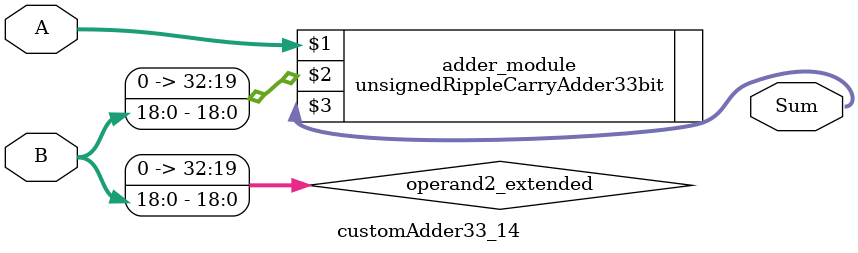
<source format=v>
module customAdder33_14(
                        input [32 : 0] A,
                        input [18 : 0] B,
                        
                        output [33 : 0] Sum
                );

        wire [32 : 0] operand2_extended;
        
        assign operand2_extended =  {14'b0, B};
        
        unsignedRippleCarryAdder33bit adder_module(
            A,
            operand2_extended,
            Sum
        );
        
        endmodule
        
</source>
